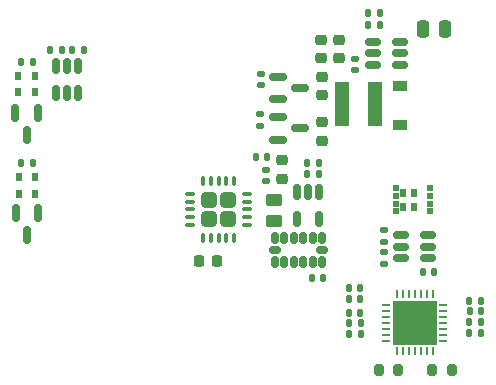
<source format=gbr>
%TF.GenerationSoftware,KiCad,Pcbnew,(6.0.6)*%
%TF.CreationDate,2022-07-03T12:41:07+08:00*%
%TF.ProjectId,Stealthburner_Toolhead_PCB,53746561-6c74-4686-9275-726e65725f54,rev?*%
%TF.SameCoordinates,Original*%
%TF.FileFunction,Paste,Bot*%
%TF.FilePolarity,Positive*%
%FSLAX46Y46*%
G04 Gerber Fmt 4.6, Leading zero omitted, Abs format (unit mm)*
G04 Created by KiCad (PCBNEW (6.0.6)) date 2022-07-03 12:41:07*
%MOMM*%
%LPD*%
G01*
G04 APERTURE LIST*
G04 Aperture macros list*
%AMRoundRect*
0 Rectangle with rounded corners*
0 $1 Rounding radius*
0 $2 $3 $4 $5 $6 $7 $8 $9 X,Y pos of 4 corners*
0 Add a 4 corners polygon primitive as box body*
4,1,4,$2,$3,$4,$5,$6,$7,$8,$9,$2,$3,0*
0 Add four circle primitives for the rounded corners*
1,1,$1+$1,$2,$3*
1,1,$1+$1,$4,$5*
1,1,$1+$1,$6,$7*
1,1,$1+$1,$8,$9*
0 Add four rect primitives between the rounded corners*
20,1,$1+$1,$2,$3,$4,$5,0*
20,1,$1+$1,$4,$5,$6,$7,0*
20,1,$1+$1,$6,$7,$8,$9,0*
20,1,$1+$1,$8,$9,$2,$3,0*%
G04 Aperture macros list end*
%ADD10RoundRect,0.225000X0.250000X-0.225000X0.250000X0.225000X-0.250000X0.225000X-0.250000X-0.225000X0*%
%ADD11RoundRect,0.225000X-0.250000X0.225000X-0.250000X-0.225000X0.250000X-0.225000X0.250000X0.225000X0*%
%ADD12RoundRect,0.150000X-0.512500X-0.150000X0.512500X-0.150000X0.512500X0.150000X-0.512500X0.150000X0*%
%ADD13RoundRect,0.250000X0.405000X0.405000X-0.405000X0.405000X-0.405000X-0.405000X0.405000X-0.405000X0*%
%ADD14RoundRect,0.075000X0.337500X0.075000X-0.337500X0.075000X-0.337500X-0.075000X0.337500X-0.075000X0*%
%ADD15RoundRect,0.075000X0.075000X0.337500X-0.075000X0.337500X-0.075000X-0.337500X0.075000X-0.337500X0*%
%ADD16RoundRect,0.135000X0.135000X0.185000X-0.135000X0.185000X-0.135000X-0.185000X0.135000X-0.185000X0*%
%ADD17RoundRect,0.135000X-0.135000X-0.185000X0.135000X-0.185000X0.135000X0.185000X-0.135000X0.185000X0*%
%ADD18RoundRect,0.140000X0.140000X0.170000X-0.140000X0.170000X-0.140000X-0.170000X0.140000X-0.170000X0*%
%ADD19RoundRect,0.150000X-0.150000X0.587500X-0.150000X-0.587500X0.150000X-0.587500X0.150000X0.587500X0*%
%ADD20RoundRect,0.150000X-0.587500X-0.150000X0.587500X-0.150000X0.587500X0.150000X-0.587500X0.150000X0*%
%ADD21RoundRect,0.140000X0.170000X-0.140000X0.170000X0.140000X-0.170000X0.140000X-0.170000X-0.140000X0*%
%ADD22RoundRect,0.140000X-0.140000X-0.170000X0.140000X-0.170000X0.140000X0.170000X-0.140000X0.170000X0*%
%ADD23R,0.570000X0.738000*%
%ADD24R,0.630000X0.500000*%
%ADD25R,0.630000X0.505000*%
%ADD26R,0.600000X0.700000*%
%ADD27RoundRect,0.250000X-0.450000X0.262500X-0.450000X-0.262500X0.450000X-0.262500X0.450000X0.262500X0*%
%ADD28RoundRect,0.200000X-0.200000X-0.275000X0.200000X-0.275000X0.200000X0.275000X-0.200000X0.275000X0*%
%ADD29RoundRect,0.200000X0.200000X0.275000X-0.200000X0.275000X-0.200000X-0.275000X0.200000X-0.275000X0*%
%ADD30RoundRect,0.150000X-0.150000X0.512500X-0.150000X-0.512500X0.150000X-0.512500X0.150000X0.512500X0*%
%ADD31R,1.200000X0.900000*%
%ADD32R,1.200000X3.700000*%
%ADD33RoundRect,0.140000X-0.170000X0.140000X-0.170000X-0.140000X0.170000X-0.140000X0.170000X0.140000X0*%
%ADD34R,0.762000X0.254000*%
%ADD35R,0.254000X0.762000*%
%ADD36R,3.800000X3.800000*%
%ADD37RoundRect,0.150000X0.150000X-0.325000X0.150000X0.325000X-0.150000X0.325000X-0.150000X-0.325000X0*%
%ADD38RoundRect,0.150000X0.325000X-0.150000X0.325000X0.150000X-0.325000X0.150000X-0.325000X-0.150000X0*%
%ADD39RoundRect,0.218750X-0.256250X0.218750X-0.256250X-0.218750X0.256250X-0.218750X0.256250X0.218750X0*%
%ADD40RoundRect,0.250000X-0.250000X-0.475000X0.250000X-0.475000X0.250000X0.475000X-0.250000X0.475000X0*%
%ADD41RoundRect,0.135000X-0.185000X0.135000X-0.185000X-0.135000X0.185000X-0.135000X0.185000X0.135000X0*%
%ADD42RoundRect,0.225000X0.225000X0.250000X-0.225000X0.250000X-0.225000X-0.250000X0.225000X-0.250000X0*%
%ADD43RoundRect,0.135000X0.185000X-0.135000X0.185000X0.135000X-0.185000X0.135000X-0.185000X-0.135000X0*%
G04 APERTURE END LIST*
D10*
%TO.C,C12*%
X130403600Y-101829200D03*
X130403600Y-100279200D03*
%TD*%
D11*
%TO.C,C5*%
X130454400Y-107276600D03*
X130454400Y-108826600D03*
%TD*%
D12*
%TO.C,U1*%
X134831700Y-102397600D03*
X134831700Y-101447600D03*
X134831700Y-100497600D03*
X137106700Y-100497600D03*
X137106700Y-101447600D03*
X137106700Y-102397600D03*
%TD*%
D13*
%TO.C,U13*%
X122526800Y-115465600D03*
X120906800Y-115465600D03*
X122526800Y-113845600D03*
X120906800Y-113845600D03*
D14*
X124154300Y-113355600D03*
X124154300Y-114005600D03*
X124154300Y-114655600D03*
X124154300Y-115305600D03*
X124154300Y-115955600D03*
D15*
X123016800Y-117093100D03*
X122366800Y-117093100D03*
X121716800Y-117093100D03*
X121066800Y-117093100D03*
X120416800Y-117093100D03*
D14*
X119279300Y-115955600D03*
X119279300Y-115305600D03*
X119279300Y-114655600D03*
X119279300Y-114005600D03*
X119279300Y-113355600D03*
D15*
X120416800Y-112218100D03*
X121066800Y-112218100D03*
X121716800Y-112218100D03*
X122366800Y-112218100D03*
X123016800Y-112218100D03*
%TD*%
D16*
%TO.C,R25*%
X143969200Y-124206000D03*
X142949200Y-124206000D03*
%TD*%
D17*
%TO.C,R13*%
X107465400Y-101117400D03*
X108485400Y-101117400D03*
%TD*%
D18*
%TO.C,C27*%
X143937200Y-123291600D03*
X142977200Y-123291600D03*
%TD*%
D17*
%TO.C,R28*%
X132738400Y-124307600D03*
X133758400Y-124307600D03*
%TD*%
D10*
%TO.C,C10*%
X131876800Y-101829200D03*
X131876800Y-100279200D03*
%TD*%
%TO.C,C6*%
X130454400Y-104965800D03*
X130454400Y-103415800D03*
%TD*%
D19*
%TO.C,Q1*%
X104561600Y-114988100D03*
X106461600Y-114988100D03*
X105511600Y-116863100D03*
%TD*%
D18*
%TO.C,C34*%
X133728400Y-123393200D03*
X132768400Y-123393200D03*
%TD*%
D20*
%TO.C,U3*%
X126773700Y-105344000D03*
X126773700Y-103444000D03*
X128648700Y-104394000D03*
%TD*%
D21*
%TO.C,C31*%
X125730000Y-112290800D03*
X125730000Y-111330800D03*
%TD*%
D22*
%TO.C,C35*%
X129618800Y-120446800D03*
X130578800Y-120446800D03*
%TD*%
D19*
%TO.C,Q2*%
X104510800Y-106453700D03*
X106410800Y-106453700D03*
X105460800Y-108328700D03*
%TD*%
D23*
%TO.C,Q3*%
X138262400Y-114452400D03*
D24*
X136732400Y-113512400D03*
X136732400Y-114172400D03*
D23*
X137312400Y-114452400D03*
X137312400Y-113232400D03*
D25*
X136732400Y-112869900D03*
X136732400Y-114814900D03*
D23*
X138262400Y-113232400D03*
D24*
X139612400Y-112872400D03*
X139612400Y-113512400D03*
X139612400Y-114172400D03*
X139612400Y-114812400D03*
%TD*%
D26*
%TO.C,D3*%
X106211600Y-113309400D03*
X104811600Y-113309400D03*
%TD*%
%TO.C,D6*%
X106160800Y-103352600D03*
X104760800Y-103352600D03*
%TD*%
D27*
%TO.C,R31*%
X126441200Y-113844700D03*
X126441200Y-115669700D03*
%TD*%
D28*
%TO.C,R29*%
X139789400Y-128219200D03*
X141439400Y-128219200D03*
%TD*%
D18*
%TO.C,C33*%
X133728400Y-122224800D03*
X132768400Y-122224800D03*
%TD*%
D29*
%TO.C,R30*%
X136918200Y-128270000D03*
X135268200Y-128270000D03*
%TD*%
D16*
%TO.C,R20*%
X105970800Y-102184200D03*
X104950800Y-102184200D03*
%TD*%
D17*
%TO.C,R2*%
X134341600Y-99009200D03*
X135361600Y-99009200D03*
%TD*%
D22*
%TO.C,C28*%
X132768400Y-121310400D03*
X133728400Y-121310400D03*
%TD*%
D30*
%TO.C,U11*%
X128336000Y-113213300D03*
X129286000Y-113213300D03*
X130236000Y-113213300D03*
X130236000Y-115488300D03*
X128336000Y-115488300D03*
%TD*%
D31*
%TO.C,D1*%
X137086800Y-104166400D03*
X137086800Y-107466400D03*
%TD*%
D32*
%TO.C,L1*%
X134981600Y-105714800D03*
X132181600Y-105714800D03*
%TD*%
D22*
%TO.C,C25*%
X139016800Y-119989600D03*
X139976800Y-119989600D03*
%TD*%
D33*
%TO.C,C9*%
X125272800Y-103152000D03*
X125272800Y-104112000D03*
%TD*%
D16*
%TO.C,R27*%
X143967200Y-122377200D03*
X142947200Y-122377200D03*
%TD*%
D33*
%TO.C,C8*%
X125222000Y-106606400D03*
X125222000Y-107566400D03*
%TD*%
D16*
%TO.C,R16*%
X106021600Y-110744000D03*
X105001600Y-110744000D03*
%TD*%
D34*
%TO.C,U12*%
X135902700Y-125756800D03*
X135902700Y-125256801D03*
X135902700Y-124756799D03*
X135902700Y-124256800D03*
X135902700Y-123756801D03*
X135902700Y-123256799D03*
X135902700Y-122756800D03*
D35*
X136828400Y-121831100D03*
X137328399Y-121831100D03*
X137828401Y-121831100D03*
X138328400Y-121831100D03*
X138828399Y-121831100D03*
X139328401Y-121831100D03*
X139828400Y-121831100D03*
D34*
X140754100Y-122756800D03*
X140754100Y-123256799D03*
X140754100Y-123756801D03*
X140754100Y-124256800D03*
X140754100Y-124756799D03*
X140754100Y-125256801D03*
X140754100Y-125756800D03*
D35*
X139828400Y-126682500D03*
X139328401Y-126682500D03*
X138828399Y-126682500D03*
X138328400Y-126682500D03*
X137828401Y-126682500D03*
X137328399Y-126682500D03*
X136828400Y-126682500D03*
D36*
X138328400Y-124256800D03*
%TD*%
D16*
%TO.C,R22*%
X130253200Y-110693200D03*
X129233200Y-110693200D03*
%TD*%
D37*
%TO.C,U14*%
X130473200Y-119110000D03*
X129673200Y-119110000D03*
X128873200Y-119110000D03*
X128073200Y-119110000D03*
X127273200Y-119110000D03*
X126473200Y-119110000D03*
D38*
X126473200Y-118110000D03*
D37*
X126473200Y-117110000D03*
X127273200Y-117110000D03*
X128073200Y-117110000D03*
X128873200Y-117110000D03*
X129673200Y-117110000D03*
X130473200Y-117110000D03*
D38*
X130473200Y-118110000D03*
%TD*%
D16*
%TO.C,R3*%
X135361600Y-98044000D03*
X134341600Y-98044000D03*
%TD*%
D26*
%TO.C,D5*%
X106160800Y-104749600D03*
X104760800Y-104749600D03*
%TD*%
D39*
%TO.C,FB1*%
X127101600Y-110464500D03*
X127101600Y-112039500D03*
%TD*%
D40*
%TO.C,C1*%
X139004000Y-99415600D03*
X140904000Y-99415600D03*
%TD*%
D16*
%TO.C,R23*%
X130253200Y-111658400D03*
X129233200Y-111658400D03*
%TD*%
D18*
%TO.C,C30*%
X125803600Y-110236000D03*
X124843600Y-110236000D03*
%TD*%
D41*
%TO.C,R19*%
X135737600Y-116380800D03*
X135737600Y-117400800D03*
%TD*%
D16*
%TO.C,R26*%
X143969200Y-125120400D03*
X142949200Y-125120400D03*
%TD*%
D20*
%TO.C,U2*%
X126773700Y-108747600D03*
X126773700Y-106847600D03*
X128648700Y-107797600D03*
%TD*%
D16*
%TO.C,R18*%
X110339600Y-101117400D03*
X109319600Y-101117400D03*
%TD*%
D30*
%TO.C,U6*%
X107939800Y-102545300D03*
X108889800Y-102545300D03*
X109839800Y-102545300D03*
X109839800Y-104820300D03*
X108889800Y-104820300D03*
X107939800Y-104820300D03*
%TD*%
D42*
%TO.C,C36*%
X121577400Y-119024400D03*
X120027400Y-119024400D03*
%TD*%
D17*
%TO.C,R24*%
X132738400Y-125222000D03*
X133758400Y-125222000D03*
%TD*%
D43*
%TO.C,R17*%
X135737600Y-119280400D03*
X135737600Y-118260400D03*
%TD*%
D12*
%TO.C,U8*%
X137190900Y-118755200D03*
X137190900Y-117805200D03*
X137190900Y-116855200D03*
X139465900Y-116855200D03*
X139465900Y-117805200D03*
X139465900Y-118755200D03*
%TD*%
D21*
%TO.C,C7*%
X133299200Y-102892800D03*
X133299200Y-101932800D03*
%TD*%
D26*
%TO.C,D4*%
X106211600Y-111912400D03*
X104811600Y-111912400D03*
%TD*%
M02*

</source>
